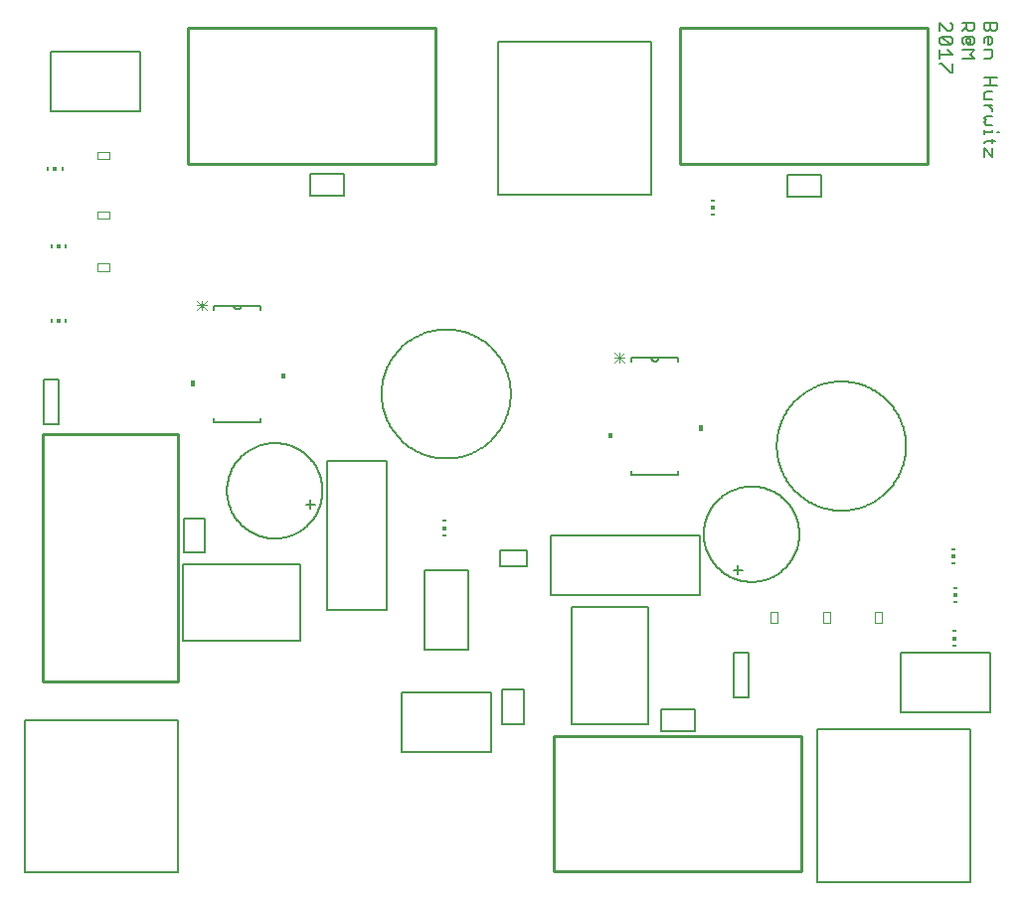
<source format=gto>
G75*
%MOIN*%
%OFA0B0*%
%FSLAX25Y25*%
%IPPOS*%
%LPD*%
%AMOC8*
5,1,8,0,0,1.08239X$1,22.5*
%
%ADD10C,0.00800*%
%ADD11C,0.00500*%
%ADD12C,0.01000*%
%ADD13C,0.00600*%
%ADD14R,0.00591X0.01181*%
%ADD15R,0.01181X0.01181*%
%ADD16R,0.01181X0.00591*%
%ADD17C,0.00100*%
%ADD18C,0.00300*%
%ADD19C,0.00256*%
D10*
X0311400Y0276788D02*
X0312101Y0276788D01*
X0314903Y0273986D01*
X0315604Y0273986D01*
X0315604Y0276788D01*
X0315604Y0279991D02*
X0311400Y0279991D01*
X0311400Y0281392D02*
X0311400Y0278590D01*
X0314202Y0281392D02*
X0315604Y0279991D01*
X0314903Y0283194D02*
X0312101Y0283194D01*
X0311400Y0283894D01*
X0311400Y0285295D01*
X0312101Y0285996D01*
X0314903Y0283194D01*
X0315604Y0283894D01*
X0315604Y0285295D01*
X0314903Y0285996D01*
X0312101Y0285996D01*
X0311400Y0287798D02*
X0311400Y0290600D01*
X0314202Y0287798D01*
X0314903Y0287798D01*
X0315604Y0288498D01*
X0315604Y0289899D01*
X0314903Y0290600D01*
X0318900Y0290600D02*
X0323104Y0290600D01*
X0323104Y0288498D01*
X0322403Y0287798D01*
X0321002Y0287798D01*
X0320301Y0288498D01*
X0320301Y0290600D01*
X0320301Y0289199D02*
X0318900Y0287798D01*
X0319601Y0285996D02*
X0322403Y0285996D01*
X0323104Y0285295D01*
X0323104Y0283894D01*
X0322403Y0283194D01*
X0321002Y0283194D01*
X0320301Y0283894D01*
X0321702Y0283894D01*
X0321702Y0285295D01*
X0320301Y0285295D01*
X0320301Y0283894D01*
X0319601Y0283194D02*
X0318900Y0283894D01*
X0318900Y0285295D01*
X0319601Y0285996D01*
X0318900Y0281392D02*
X0323104Y0281392D01*
X0321702Y0279991D01*
X0323104Y0278590D01*
X0318900Y0278590D01*
X0326400Y0278590D02*
X0328502Y0278590D01*
X0329202Y0279290D01*
X0329202Y0281392D01*
X0326400Y0281392D01*
X0327801Y0283194D02*
X0327801Y0285996D01*
X0327101Y0285996D02*
X0328502Y0285996D01*
X0329202Y0285295D01*
X0329202Y0283894D01*
X0328502Y0283194D01*
X0327801Y0283194D01*
X0326400Y0283894D02*
X0326400Y0285295D01*
X0327101Y0285996D01*
X0327101Y0287798D02*
X0326400Y0288498D01*
X0326400Y0290600D01*
X0330604Y0290600D01*
X0330604Y0288498D01*
X0329903Y0287798D01*
X0329202Y0287798D01*
X0328502Y0288498D01*
X0328502Y0290600D01*
X0328502Y0288498D02*
X0327801Y0287798D01*
X0327101Y0287798D01*
X0326400Y0272184D02*
X0330604Y0272184D01*
X0328502Y0272184D02*
X0328502Y0269382D01*
X0329202Y0267580D02*
X0327101Y0267580D01*
X0326400Y0266880D01*
X0326400Y0264778D01*
X0329202Y0264778D01*
X0329202Y0262976D02*
X0326400Y0262976D01*
X0327801Y0262976D02*
X0329202Y0261575D01*
X0329202Y0260875D01*
X0329202Y0259140D02*
X0327101Y0259140D01*
X0326400Y0258439D01*
X0327101Y0257739D01*
X0326400Y0257038D01*
X0327101Y0256337D01*
X0329202Y0256337D01*
X0329202Y0254536D02*
X0329202Y0253835D01*
X0326400Y0253835D01*
X0326400Y0253135D02*
X0326400Y0254536D01*
X0327101Y0250766D02*
X0326400Y0250065D01*
X0327101Y0250766D02*
X0329903Y0250766D01*
X0329202Y0251467D02*
X0329202Y0250065D01*
X0329202Y0248397D02*
X0329202Y0245595D01*
X0326400Y0248397D01*
X0326400Y0245595D01*
X0330604Y0253835D02*
X0331304Y0253835D01*
X0330604Y0269382D02*
X0326400Y0269382D01*
D11*
X0004819Y0056591D02*
X0004819Y0005409D01*
X0056000Y0005409D01*
X0056000Y0056591D01*
X0004819Y0056591D01*
X0057614Y0083205D02*
X0096984Y0083205D01*
X0096984Y0108795D01*
X0057614Y0108795D01*
X0057614Y0083205D01*
X0057903Y0112791D02*
X0057903Y0124209D01*
X0065186Y0124209D01*
X0065186Y0112791D01*
X0057903Y0112791D01*
X0106000Y0093500D02*
X0126000Y0093500D01*
X0126000Y0143500D01*
X0106000Y0143500D01*
X0106000Y0093500D01*
X0131000Y0066000D02*
X0131000Y0046000D01*
X0161000Y0046000D01*
X0161000Y0066000D01*
X0131000Y0066000D01*
X0138717Y0080311D02*
X0153283Y0080311D01*
X0153283Y0106689D01*
X0138717Y0106689D01*
X0138717Y0080311D01*
X0164760Y0066709D02*
X0172043Y0066709D01*
X0172043Y0055291D01*
X0164760Y0055291D01*
X0164760Y0066709D01*
X0188205Y0055114D02*
X0188205Y0094484D01*
X0213795Y0094484D01*
X0213795Y0055114D01*
X0188205Y0055114D01*
X0218011Y0052999D02*
X0218011Y0060282D01*
X0229429Y0060282D01*
X0229429Y0052999D01*
X0218011Y0052999D01*
X0242380Y0064235D02*
X0242380Y0079235D01*
X0247380Y0079235D01*
X0247380Y0064235D01*
X0242380Y0064235D01*
X0270409Y0053500D02*
X0321591Y0053500D01*
X0321591Y0002319D01*
X0270409Y0002319D01*
X0270409Y0053500D01*
X0298491Y0059153D02*
X0298491Y0079153D01*
X0328491Y0079153D01*
X0328491Y0059153D01*
X0298491Y0059153D01*
X0231000Y0098500D02*
X0181000Y0098500D01*
X0181000Y0118500D01*
X0231000Y0118500D01*
X0231000Y0098500D01*
X0256846Y0148500D02*
X0256853Y0149031D01*
X0256872Y0149563D01*
X0256905Y0150093D01*
X0256950Y0150622D01*
X0257009Y0151151D01*
X0257080Y0151677D01*
X0257165Y0152202D01*
X0257262Y0152724D01*
X0257372Y0153244D01*
X0257495Y0153761D01*
X0257630Y0154275D01*
X0257778Y0154786D01*
X0257939Y0155292D01*
X0258112Y0155795D01*
X0258297Y0156293D01*
X0258494Y0156787D01*
X0258704Y0157275D01*
X0258925Y0157758D01*
X0259158Y0158236D01*
X0259403Y0158708D01*
X0259659Y0159173D01*
X0259927Y0159632D01*
X0260206Y0160085D01*
X0260495Y0160530D01*
X0260796Y0160969D01*
X0261107Y0161399D01*
X0261429Y0161822D01*
X0261761Y0162237D01*
X0262103Y0162644D01*
X0262455Y0163042D01*
X0262817Y0163431D01*
X0263188Y0163812D01*
X0263569Y0164183D01*
X0263958Y0164545D01*
X0264356Y0164897D01*
X0264763Y0165239D01*
X0265178Y0165571D01*
X0265601Y0165893D01*
X0266031Y0166204D01*
X0266470Y0166505D01*
X0266915Y0166794D01*
X0267368Y0167073D01*
X0267827Y0167341D01*
X0268292Y0167597D01*
X0268764Y0167842D01*
X0269242Y0168075D01*
X0269725Y0168296D01*
X0270213Y0168506D01*
X0270707Y0168703D01*
X0271205Y0168888D01*
X0271708Y0169061D01*
X0272214Y0169222D01*
X0272725Y0169370D01*
X0273239Y0169505D01*
X0273756Y0169628D01*
X0274276Y0169738D01*
X0274798Y0169835D01*
X0275323Y0169920D01*
X0275849Y0169991D01*
X0276378Y0170050D01*
X0276907Y0170095D01*
X0277437Y0170128D01*
X0277969Y0170147D01*
X0278500Y0170154D01*
X0279031Y0170147D01*
X0279563Y0170128D01*
X0280093Y0170095D01*
X0280622Y0170050D01*
X0281151Y0169991D01*
X0281677Y0169920D01*
X0282202Y0169835D01*
X0282724Y0169738D01*
X0283244Y0169628D01*
X0283761Y0169505D01*
X0284275Y0169370D01*
X0284786Y0169222D01*
X0285292Y0169061D01*
X0285795Y0168888D01*
X0286293Y0168703D01*
X0286787Y0168506D01*
X0287275Y0168296D01*
X0287758Y0168075D01*
X0288236Y0167842D01*
X0288708Y0167597D01*
X0289173Y0167341D01*
X0289632Y0167073D01*
X0290085Y0166794D01*
X0290530Y0166505D01*
X0290969Y0166204D01*
X0291399Y0165893D01*
X0291822Y0165571D01*
X0292237Y0165239D01*
X0292644Y0164897D01*
X0293042Y0164545D01*
X0293431Y0164183D01*
X0293812Y0163812D01*
X0294183Y0163431D01*
X0294545Y0163042D01*
X0294897Y0162644D01*
X0295239Y0162237D01*
X0295571Y0161822D01*
X0295893Y0161399D01*
X0296204Y0160969D01*
X0296505Y0160530D01*
X0296794Y0160085D01*
X0297073Y0159632D01*
X0297341Y0159173D01*
X0297597Y0158708D01*
X0297842Y0158236D01*
X0298075Y0157758D01*
X0298296Y0157275D01*
X0298506Y0156787D01*
X0298703Y0156293D01*
X0298888Y0155795D01*
X0299061Y0155292D01*
X0299222Y0154786D01*
X0299370Y0154275D01*
X0299505Y0153761D01*
X0299628Y0153244D01*
X0299738Y0152724D01*
X0299835Y0152202D01*
X0299920Y0151677D01*
X0299991Y0151151D01*
X0300050Y0150622D01*
X0300095Y0150093D01*
X0300128Y0149563D01*
X0300147Y0149031D01*
X0300154Y0148500D01*
X0300147Y0147969D01*
X0300128Y0147437D01*
X0300095Y0146907D01*
X0300050Y0146378D01*
X0299991Y0145849D01*
X0299920Y0145323D01*
X0299835Y0144798D01*
X0299738Y0144276D01*
X0299628Y0143756D01*
X0299505Y0143239D01*
X0299370Y0142725D01*
X0299222Y0142214D01*
X0299061Y0141708D01*
X0298888Y0141205D01*
X0298703Y0140707D01*
X0298506Y0140213D01*
X0298296Y0139725D01*
X0298075Y0139242D01*
X0297842Y0138764D01*
X0297597Y0138292D01*
X0297341Y0137827D01*
X0297073Y0137368D01*
X0296794Y0136915D01*
X0296505Y0136470D01*
X0296204Y0136031D01*
X0295893Y0135601D01*
X0295571Y0135178D01*
X0295239Y0134763D01*
X0294897Y0134356D01*
X0294545Y0133958D01*
X0294183Y0133569D01*
X0293812Y0133188D01*
X0293431Y0132817D01*
X0293042Y0132455D01*
X0292644Y0132103D01*
X0292237Y0131761D01*
X0291822Y0131429D01*
X0291399Y0131107D01*
X0290969Y0130796D01*
X0290530Y0130495D01*
X0290085Y0130206D01*
X0289632Y0129927D01*
X0289173Y0129659D01*
X0288708Y0129403D01*
X0288236Y0129158D01*
X0287758Y0128925D01*
X0287275Y0128704D01*
X0286787Y0128494D01*
X0286293Y0128297D01*
X0285795Y0128112D01*
X0285292Y0127939D01*
X0284786Y0127778D01*
X0284275Y0127630D01*
X0283761Y0127495D01*
X0283244Y0127372D01*
X0282724Y0127262D01*
X0282202Y0127165D01*
X0281677Y0127080D01*
X0281151Y0127009D01*
X0280622Y0126950D01*
X0280093Y0126905D01*
X0279563Y0126872D01*
X0279031Y0126853D01*
X0278500Y0126846D01*
X0277969Y0126853D01*
X0277437Y0126872D01*
X0276907Y0126905D01*
X0276378Y0126950D01*
X0275849Y0127009D01*
X0275323Y0127080D01*
X0274798Y0127165D01*
X0274276Y0127262D01*
X0273756Y0127372D01*
X0273239Y0127495D01*
X0272725Y0127630D01*
X0272214Y0127778D01*
X0271708Y0127939D01*
X0271205Y0128112D01*
X0270707Y0128297D01*
X0270213Y0128494D01*
X0269725Y0128704D01*
X0269242Y0128925D01*
X0268764Y0129158D01*
X0268292Y0129403D01*
X0267827Y0129659D01*
X0267368Y0129927D01*
X0266915Y0130206D01*
X0266470Y0130495D01*
X0266031Y0130796D01*
X0265601Y0131107D01*
X0265178Y0131429D01*
X0264763Y0131761D01*
X0264356Y0132103D01*
X0263958Y0132455D01*
X0263569Y0132817D01*
X0263188Y0133188D01*
X0262817Y0133569D01*
X0262455Y0133958D01*
X0262103Y0134356D01*
X0261761Y0134763D01*
X0261429Y0135178D01*
X0261107Y0135601D01*
X0260796Y0136031D01*
X0260495Y0136470D01*
X0260206Y0136915D01*
X0259927Y0137368D01*
X0259659Y0137827D01*
X0259403Y0138292D01*
X0259158Y0138764D01*
X0258925Y0139242D01*
X0258704Y0139725D01*
X0258494Y0140213D01*
X0258297Y0140707D01*
X0258112Y0141205D01*
X0257939Y0141708D01*
X0257778Y0142214D01*
X0257630Y0142725D01*
X0257495Y0143239D01*
X0257372Y0143756D01*
X0257262Y0144276D01*
X0257165Y0144798D01*
X0257080Y0145323D01*
X0257009Y0145849D01*
X0256950Y0146378D01*
X0256905Y0146907D01*
X0256872Y0147437D01*
X0256853Y0147969D01*
X0256846Y0148500D01*
X0172929Y0113657D02*
X0172929Y0108343D01*
X0164071Y0108343D01*
X0164071Y0113657D01*
X0172929Y0113657D01*
X0124346Y0166000D02*
X0124353Y0166531D01*
X0124372Y0167063D01*
X0124405Y0167593D01*
X0124450Y0168122D01*
X0124509Y0168651D01*
X0124580Y0169177D01*
X0124665Y0169702D01*
X0124762Y0170224D01*
X0124872Y0170744D01*
X0124995Y0171261D01*
X0125130Y0171775D01*
X0125278Y0172286D01*
X0125439Y0172792D01*
X0125612Y0173295D01*
X0125797Y0173793D01*
X0125994Y0174287D01*
X0126204Y0174775D01*
X0126425Y0175258D01*
X0126658Y0175736D01*
X0126903Y0176208D01*
X0127159Y0176673D01*
X0127427Y0177132D01*
X0127706Y0177585D01*
X0127995Y0178030D01*
X0128296Y0178469D01*
X0128607Y0178899D01*
X0128929Y0179322D01*
X0129261Y0179737D01*
X0129603Y0180144D01*
X0129955Y0180542D01*
X0130317Y0180931D01*
X0130688Y0181312D01*
X0131069Y0181683D01*
X0131458Y0182045D01*
X0131856Y0182397D01*
X0132263Y0182739D01*
X0132678Y0183071D01*
X0133101Y0183393D01*
X0133531Y0183704D01*
X0133970Y0184005D01*
X0134415Y0184294D01*
X0134868Y0184573D01*
X0135327Y0184841D01*
X0135792Y0185097D01*
X0136264Y0185342D01*
X0136742Y0185575D01*
X0137225Y0185796D01*
X0137713Y0186006D01*
X0138207Y0186203D01*
X0138705Y0186388D01*
X0139208Y0186561D01*
X0139714Y0186722D01*
X0140225Y0186870D01*
X0140739Y0187005D01*
X0141256Y0187128D01*
X0141776Y0187238D01*
X0142298Y0187335D01*
X0142823Y0187420D01*
X0143349Y0187491D01*
X0143878Y0187550D01*
X0144407Y0187595D01*
X0144937Y0187628D01*
X0145469Y0187647D01*
X0146000Y0187654D01*
X0146531Y0187647D01*
X0147063Y0187628D01*
X0147593Y0187595D01*
X0148122Y0187550D01*
X0148651Y0187491D01*
X0149177Y0187420D01*
X0149702Y0187335D01*
X0150224Y0187238D01*
X0150744Y0187128D01*
X0151261Y0187005D01*
X0151775Y0186870D01*
X0152286Y0186722D01*
X0152792Y0186561D01*
X0153295Y0186388D01*
X0153793Y0186203D01*
X0154287Y0186006D01*
X0154775Y0185796D01*
X0155258Y0185575D01*
X0155736Y0185342D01*
X0156208Y0185097D01*
X0156673Y0184841D01*
X0157132Y0184573D01*
X0157585Y0184294D01*
X0158030Y0184005D01*
X0158469Y0183704D01*
X0158899Y0183393D01*
X0159322Y0183071D01*
X0159737Y0182739D01*
X0160144Y0182397D01*
X0160542Y0182045D01*
X0160931Y0181683D01*
X0161312Y0181312D01*
X0161683Y0180931D01*
X0162045Y0180542D01*
X0162397Y0180144D01*
X0162739Y0179737D01*
X0163071Y0179322D01*
X0163393Y0178899D01*
X0163704Y0178469D01*
X0164005Y0178030D01*
X0164294Y0177585D01*
X0164573Y0177132D01*
X0164841Y0176673D01*
X0165097Y0176208D01*
X0165342Y0175736D01*
X0165575Y0175258D01*
X0165796Y0174775D01*
X0166006Y0174287D01*
X0166203Y0173793D01*
X0166388Y0173295D01*
X0166561Y0172792D01*
X0166722Y0172286D01*
X0166870Y0171775D01*
X0167005Y0171261D01*
X0167128Y0170744D01*
X0167238Y0170224D01*
X0167335Y0169702D01*
X0167420Y0169177D01*
X0167491Y0168651D01*
X0167550Y0168122D01*
X0167595Y0167593D01*
X0167628Y0167063D01*
X0167647Y0166531D01*
X0167654Y0166000D01*
X0167647Y0165469D01*
X0167628Y0164937D01*
X0167595Y0164407D01*
X0167550Y0163878D01*
X0167491Y0163349D01*
X0167420Y0162823D01*
X0167335Y0162298D01*
X0167238Y0161776D01*
X0167128Y0161256D01*
X0167005Y0160739D01*
X0166870Y0160225D01*
X0166722Y0159714D01*
X0166561Y0159208D01*
X0166388Y0158705D01*
X0166203Y0158207D01*
X0166006Y0157713D01*
X0165796Y0157225D01*
X0165575Y0156742D01*
X0165342Y0156264D01*
X0165097Y0155792D01*
X0164841Y0155327D01*
X0164573Y0154868D01*
X0164294Y0154415D01*
X0164005Y0153970D01*
X0163704Y0153531D01*
X0163393Y0153101D01*
X0163071Y0152678D01*
X0162739Y0152263D01*
X0162397Y0151856D01*
X0162045Y0151458D01*
X0161683Y0151069D01*
X0161312Y0150688D01*
X0160931Y0150317D01*
X0160542Y0149955D01*
X0160144Y0149603D01*
X0159737Y0149261D01*
X0159322Y0148929D01*
X0158899Y0148607D01*
X0158469Y0148296D01*
X0158030Y0147995D01*
X0157585Y0147706D01*
X0157132Y0147427D01*
X0156673Y0147159D01*
X0156208Y0146903D01*
X0155736Y0146658D01*
X0155258Y0146425D01*
X0154775Y0146204D01*
X0154287Y0145994D01*
X0153793Y0145797D01*
X0153295Y0145612D01*
X0152792Y0145439D01*
X0152286Y0145278D01*
X0151775Y0145130D01*
X0151261Y0144995D01*
X0150744Y0144872D01*
X0150224Y0144762D01*
X0149702Y0144665D01*
X0149177Y0144580D01*
X0148651Y0144509D01*
X0148122Y0144450D01*
X0147593Y0144405D01*
X0147063Y0144372D01*
X0146531Y0144353D01*
X0146000Y0144346D01*
X0145469Y0144353D01*
X0144937Y0144372D01*
X0144407Y0144405D01*
X0143878Y0144450D01*
X0143349Y0144509D01*
X0142823Y0144580D01*
X0142298Y0144665D01*
X0141776Y0144762D01*
X0141256Y0144872D01*
X0140739Y0144995D01*
X0140225Y0145130D01*
X0139714Y0145278D01*
X0139208Y0145439D01*
X0138705Y0145612D01*
X0138207Y0145797D01*
X0137713Y0145994D01*
X0137225Y0146204D01*
X0136742Y0146425D01*
X0136264Y0146658D01*
X0135792Y0146903D01*
X0135327Y0147159D01*
X0134868Y0147427D01*
X0134415Y0147706D01*
X0133970Y0147995D01*
X0133531Y0148296D01*
X0133101Y0148607D01*
X0132678Y0148929D01*
X0132263Y0149261D01*
X0131856Y0149603D01*
X0131458Y0149955D01*
X0131069Y0150317D01*
X0130688Y0150688D01*
X0130317Y0151069D01*
X0129955Y0151458D01*
X0129603Y0151856D01*
X0129261Y0152263D01*
X0128929Y0152678D01*
X0128607Y0153101D01*
X0128296Y0153531D01*
X0127995Y0153970D01*
X0127706Y0154415D01*
X0127427Y0154868D01*
X0127159Y0155327D01*
X0126903Y0155792D01*
X0126658Y0156264D01*
X0126425Y0156742D01*
X0126204Y0157225D01*
X0125994Y0157713D01*
X0125797Y0158207D01*
X0125612Y0158705D01*
X0125439Y0159208D01*
X0125278Y0159714D01*
X0125130Y0160225D01*
X0124995Y0160739D01*
X0124872Y0161256D01*
X0124762Y0161776D01*
X0124665Y0162298D01*
X0124580Y0162823D01*
X0124509Y0163349D01*
X0124450Y0163878D01*
X0124405Y0164407D01*
X0124372Y0164937D01*
X0124353Y0165469D01*
X0124346Y0166000D01*
X0111709Y0232457D02*
X0100291Y0232457D01*
X0100291Y0239740D01*
X0111709Y0239740D01*
X0111709Y0232457D01*
X0163500Y0232909D02*
X0163500Y0284091D01*
X0214681Y0284091D01*
X0214681Y0232909D01*
X0163500Y0232909D01*
X0260291Y0232260D02*
X0260291Y0239543D01*
X0271709Y0239543D01*
X0271709Y0232260D01*
X0260291Y0232260D01*
X0043500Y0261000D02*
X0043500Y0281000D01*
X0013500Y0281000D01*
X0013500Y0261000D01*
X0043500Y0261000D01*
X0016000Y0171000D02*
X0011000Y0171000D01*
X0011000Y0156000D01*
X0016000Y0156000D01*
X0016000Y0171000D01*
D12*
X0010800Y0152500D02*
X0056200Y0152500D01*
X0056200Y0069500D01*
X0010800Y0069500D01*
X0010800Y0152500D01*
X0059500Y0243300D02*
X0059500Y0288700D01*
X0142500Y0288700D01*
X0142500Y0243300D01*
X0059500Y0243300D01*
X0224500Y0243300D02*
X0307500Y0243300D01*
X0307500Y0288700D01*
X0224500Y0288700D01*
X0224500Y0243300D01*
X0265000Y0051200D02*
X0182000Y0051200D01*
X0182000Y0005800D01*
X0265000Y0005800D01*
X0265000Y0051200D01*
D13*
X0243880Y0105434D02*
X0243880Y0108434D01*
X0245380Y0106934D02*
X0242380Y0106934D01*
X0232380Y0118934D02*
X0232385Y0119327D01*
X0232399Y0119719D01*
X0232423Y0120111D01*
X0232457Y0120502D01*
X0232500Y0120893D01*
X0232553Y0121282D01*
X0232616Y0121669D01*
X0232687Y0122055D01*
X0232769Y0122440D01*
X0232859Y0122822D01*
X0232960Y0123201D01*
X0233069Y0123579D01*
X0233188Y0123953D01*
X0233315Y0124324D01*
X0233452Y0124692D01*
X0233598Y0125057D01*
X0233753Y0125418D01*
X0233916Y0125775D01*
X0234088Y0126128D01*
X0234269Y0126476D01*
X0234459Y0126820D01*
X0234656Y0127160D01*
X0234862Y0127494D01*
X0235076Y0127823D01*
X0235299Y0128147D01*
X0235529Y0128465D01*
X0235766Y0128778D01*
X0236012Y0129084D01*
X0236265Y0129385D01*
X0236525Y0129679D01*
X0236792Y0129967D01*
X0237066Y0130248D01*
X0237347Y0130522D01*
X0237635Y0130789D01*
X0237929Y0131049D01*
X0238230Y0131302D01*
X0238536Y0131548D01*
X0238849Y0131785D01*
X0239167Y0132015D01*
X0239491Y0132238D01*
X0239820Y0132452D01*
X0240154Y0132658D01*
X0240494Y0132855D01*
X0240838Y0133045D01*
X0241186Y0133226D01*
X0241539Y0133398D01*
X0241896Y0133561D01*
X0242257Y0133716D01*
X0242622Y0133862D01*
X0242990Y0133999D01*
X0243361Y0134126D01*
X0243735Y0134245D01*
X0244113Y0134354D01*
X0244492Y0134455D01*
X0244874Y0134545D01*
X0245259Y0134627D01*
X0245645Y0134698D01*
X0246032Y0134761D01*
X0246421Y0134814D01*
X0246812Y0134857D01*
X0247203Y0134891D01*
X0247595Y0134915D01*
X0247987Y0134929D01*
X0248380Y0134934D01*
X0248773Y0134929D01*
X0249165Y0134915D01*
X0249557Y0134891D01*
X0249948Y0134857D01*
X0250339Y0134814D01*
X0250728Y0134761D01*
X0251115Y0134698D01*
X0251501Y0134627D01*
X0251886Y0134545D01*
X0252268Y0134455D01*
X0252647Y0134354D01*
X0253025Y0134245D01*
X0253399Y0134126D01*
X0253770Y0133999D01*
X0254138Y0133862D01*
X0254503Y0133716D01*
X0254864Y0133561D01*
X0255221Y0133398D01*
X0255574Y0133226D01*
X0255922Y0133045D01*
X0256266Y0132855D01*
X0256606Y0132658D01*
X0256940Y0132452D01*
X0257269Y0132238D01*
X0257593Y0132015D01*
X0257911Y0131785D01*
X0258224Y0131548D01*
X0258530Y0131302D01*
X0258831Y0131049D01*
X0259125Y0130789D01*
X0259413Y0130522D01*
X0259694Y0130248D01*
X0259968Y0129967D01*
X0260235Y0129679D01*
X0260495Y0129385D01*
X0260748Y0129084D01*
X0260994Y0128778D01*
X0261231Y0128465D01*
X0261461Y0128147D01*
X0261684Y0127823D01*
X0261898Y0127494D01*
X0262104Y0127160D01*
X0262301Y0126820D01*
X0262491Y0126476D01*
X0262672Y0126128D01*
X0262844Y0125775D01*
X0263007Y0125418D01*
X0263162Y0125057D01*
X0263308Y0124692D01*
X0263445Y0124324D01*
X0263572Y0123953D01*
X0263691Y0123579D01*
X0263800Y0123201D01*
X0263901Y0122822D01*
X0263991Y0122440D01*
X0264073Y0122055D01*
X0264144Y0121669D01*
X0264207Y0121282D01*
X0264260Y0120893D01*
X0264303Y0120502D01*
X0264337Y0120111D01*
X0264361Y0119719D01*
X0264375Y0119327D01*
X0264380Y0118934D01*
X0264375Y0118541D01*
X0264361Y0118149D01*
X0264337Y0117757D01*
X0264303Y0117366D01*
X0264260Y0116975D01*
X0264207Y0116586D01*
X0264144Y0116199D01*
X0264073Y0115813D01*
X0263991Y0115428D01*
X0263901Y0115046D01*
X0263800Y0114667D01*
X0263691Y0114289D01*
X0263572Y0113915D01*
X0263445Y0113544D01*
X0263308Y0113176D01*
X0263162Y0112811D01*
X0263007Y0112450D01*
X0262844Y0112093D01*
X0262672Y0111740D01*
X0262491Y0111392D01*
X0262301Y0111048D01*
X0262104Y0110708D01*
X0261898Y0110374D01*
X0261684Y0110045D01*
X0261461Y0109721D01*
X0261231Y0109403D01*
X0260994Y0109090D01*
X0260748Y0108784D01*
X0260495Y0108483D01*
X0260235Y0108189D01*
X0259968Y0107901D01*
X0259694Y0107620D01*
X0259413Y0107346D01*
X0259125Y0107079D01*
X0258831Y0106819D01*
X0258530Y0106566D01*
X0258224Y0106320D01*
X0257911Y0106083D01*
X0257593Y0105853D01*
X0257269Y0105630D01*
X0256940Y0105416D01*
X0256606Y0105210D01*
X0256266Y0105013D01*
X0255922Y0104823D01*
X0255574Y0104642D01*
X0255221Y0104470D01*
X0254864Y0104307D01*
X0254503Y0104152D01*
X0254138Y0104006D01*
X0253770Y0103869D01*
X0253399Y0103742D01*
X0253025Y0103623D01*
X0252647Y0103514D01*
X0252268Y0103413D01*
X0251886Y0103323D01*
X0251501Y0103241D01*
X0251115Y0103170D01*
X0250728Y0103107D01*
X0250339Y0103054D01*
X0249948Y0103011D01*
X0249557Y0102977D01*
X0249165Y0102953D01*
X0248773Y0102939D01*
X0248380Y0102934D01*
X0247987Y0102939D01*
X0247595Y0102953D01*
X0247203Y0102977D01*
X0246812Y0103011D01*
X0246421Y0103054D01*
X0246032Y0103107D01*
X0245645Y0103170D01*
X0245259Y0103241D01*
X0244874Y0103323D01*
X0244492Y0103413D01*
X0244113Y0103514D01*
X0243735Y0103623D01*
X0243361Y0103742D01*
X0242990Y0103869D01*
X0242622Y0104006D01*
X0242257Y0104152D01*
X0241896Y0104307D01*
X0241539Y0104470D01*
X0241186Y0104642D01*
X0240838Y0104823D01*
X0240494Y0105013D01*
X0240154Y0105210D01*
X0239820Y0105416D01*
X0239491Y0105630D01*
X0239167Y0105853D01*
X0238849Y0106083D01*
X0238536Y0106320D01*
X0238230Y0106566D01*
X0237929Y0106819D01*
X0237635Y0107079D01*
X0237347Y0107346D01*
X0237066Y0107620D01*
X0236792Y0107901D01*
X0236525Y0108189D01*
X0236265Y0108483D01*
X0236012Y0108784D01*
X0235766Y0109090D01*
X0235529Y0109403D01*
X0235299Y0109721D01*
X0235076Y0110045D01*
X0234862Y0110374D01*
X0234656Y0110708D01*
X0234459Y0111048D01*
X0234269Y0111392D01*
X0234088Y0111740D01*
X0233916Y0112093D01*
X0233753Y0112450D01*
X0233598Y0112811D01*
X0233452Y0113176D01*
X0233315Y0113544D01*
X0233188Y0113915D01*
X0233069Y0114289D01*
X0232960Y0114667D01*
X0232859Y0115046D01*
X0232769Y0115428D01*
X0232687Y0115813D01*
X0232616Y0116199D01*
X0232553Y0116586D01*
X0232500Y0116975D01*
X0232457Y0117366D01*
X0232423Y0117757D01*
X0232399Y0118149D01*
X0232385Y0118541D01*
X0232380Y0118934D01*
X0223800Y0138900D02*
X0208200Y0138900D01*
X0208200Y0140200D01*
X0223800Y0140200D02*
X0223800Y0138900D01*
X0223800Y0176800D02*
X0223800Y0178100D01*
X0214800Y0178100D01*
X0208200Y0178100D01*
X0208200Y0176800D01*
X0214800Y0178100D02*
X0214805Y0178032D01*
X0214814Y0177964D01*
X0214826Y0177896D01*
X0214843Y0177830D01*
X0214863Y0177764D01*
X0214887Y0177700D01*
X0214914Y0177637D01*
X0214945Y0177576D01*
X0214980Y0177516D01*
X0215018Y0177459D01*
X0215059Y0177404D01*
X0215103Y0177352D01*
X0215150Y0177302D01*
X0215200Y0177255D01*
X0215252Y0177210D01*
X0215307Y0177169D01*
X0215364Y0177131D01*
X0215423Y0177097D01*
X0215484Y0177065D01*
X0215547Y0177038D01*
X0215611Y0177014D01*
X0215677Y0176993D01*
X0215743Y0176977D01*
X0215811Y0176964D01*
X0215879Y0176955D01*
X0215947Y0176950D01*
X0216016Y0176949D01*
X0216084Y0176952D01*
X0216153Y0176959D01*
X0216220Y0176969D01*
X0216287Y0176984D01*
X0216353Y0177002D01*
X0216418Y0177024D01*
X0216482Y0177050D01*
X0216544Y0177079D01*
X0216604Y0177112D01*
X0216662Y0177148D01*
X0216719Y0177188D01*
X0216772Y0177230D01*
X0216824Y0177276D01*
X0216872Y0177324D01*
X0216918Y0177375D01*
X0216961Y0177429D01*
X0217000Y0177485D01*
X0217037Y0177543D01*
X0217069Y0177603D01*
X0217099Y0177665D01*
X0217125Y0177729D01*
X0217147Y0177794D01*
X0217165Y0177860D01*
X0217180Y0177927D01*
X0217191Y0177995D01*
X0217198Y0178063D01*
X0217201Y0178131D01*
X0217200Y0178200D01*
X0102000Y0129000D02*
X0099000Y0129000D01*
X0100500Y0130500D02*
X0100500Y0127500D01*
X0072500Y0133500D02*
X0072505Y0133893D01*
X0072519Y0134285D01*
X0072543Y0134677D01*
X0072577Y0135068D01*
X0072620Y0135459D01*
X0072673Y0135848D01*
X0072736Y0136235D01*
X0072807Y0136621D01*
X0072889Y0137006D01*
X0072979Y0137388D01*
X0073080Y0137767D01*
X0073189Y0138145D01*
X0073308Y0138519D01*
X0073435Y0138890D01*
X0073572Y0139258D01*
X0073718Y0139623D01*
X0073873Y0139984D01*
X0074036Y0140341D01*
X0074208Y0140694D01*
X0074389Y0141042D01*
X0074579Y0141386D01*
X0074776Y0141726D01*
X0074982Y0142060D01*
X0075196Y0142389D01*
X0075419Y0142713D01*
X0075649Y0143031D01*
X0075886Y0143344D01*
X0076132Y0143650D01*
X0076385Y0143951D01*
X0076645Y0144245D01*
X0076912Y0144533D01*
X0077186Y0144814D01*
X0077467Y0145088D01*
X0077755Y0145355D01*
X0078049Y0145615D01*
X0078350Y0145868D01*
X0078656Y0146114D01*
X0078969Y0146351D01*
X0079287Y0146581D01*
X0079611Y0146804D01*
X0079940Y0147018D01*
X0080274Y0147224D01*
X0080614Y0147421D01*
X0080958Y0147611D01*
X0081306Y0147792D01*
X0081659Y0147964D01*
X0082016Y0148127D01*
X0082377Y0148282D01*
X0082742Y0148428D01*
X0083110Y0148565D01*
X0083481Y0148692D01*
X0083855Y0148811D01*
X0084233Y0148920D01*
X0084612Y0149021D01*
X0084994Y0149111D01*
X0085379Y0149193D01*
X0085765Y0149264D01*
X0086152Y0149327D01*
X0086541Y0149380D01*
X0086932Y0149423D01*
X0087323Y0149457D01*
X0087715Y0149481D01*
X0088107Y0149495D01*
X0088500Y0149500D01*
X0088893Y0149495D01*
X0089285Y0149481D01*
X0089677Y0149457D01*
X0090068Y0149423D01*
X0090459Y0149380D01*
X0090848Y0149327D01*
X0091235Y0149264D01*
X0091621Y0149193D01*
X0092006Y0149111D01*
X0092388Y0149021D01*
X0092767Y0148920D01*
X0093145Y0148811D01*
X0093519Y0148692D01*
X0093890Y0148565D01*
X0094258Y0148428D01*
X0094623Y0148282D01*
X0094984Y0148127D01*
X0095341Y0147964D01*
X0095694Y0147792D01*
X0096042Y0147611D01*
X0096386Y0147421D01*
X0096726Y0147224D01*
X0097060Y0147018D01*
X0097389Y0146804D01*
X0097713Y0146581D01*
X0098031Y0146351D01*
X0098344Y0146114D01*
X0098650Y0145868D01*
X0098951Y0145615D01*
X0099245Y0145355D01*
X0099533Y0145088D01*
X0099814Y0144814D01*
X0100088Y0144533D01*
X0100355Y0144245D01*
X0100615Y0143951D01*
X0100868Y0143650D01*
X0101114Y0143344D01*
X0101351Y0143031D01*
X0101581Y0142713D01*
X0101804Y0142389D01*
X0102018Y0142060D01*
X0102224Y0141726D01*
X0102421Y0141386D01*
X0102611Y0141042D01*
X0102792Y0140694D01*
X0102964Y0140341D01*
X0103127Y0139984D01*
X0103282Y0139623D01*
X0103428Y0139258D01*
X0103565Y0138890D01*
X0103692Y0138519D01*
X0103811Y0138145D01*
X0103920Y0137767D01*
X0104021Y0137388D01*
X0104111Y0137006D01*
X0104193Y0136621D01*
X0104264Y0136235D01*
X0104327Y0135848D01*
X0104380Y0135459D01*
X0104423Y0135068D01*
X0104457Y0134677D01*
X0104481Y0134285D01*
X0104495Y0133893D01*
X0104500Y0133500D01*
X0104495Y0133107D01*
X0104481Y0132715D01*
X0104457Y0132323D01*
X0104423Y0131932D01*
X0104380Y0131541D01*
X0104327Y0131152D01*
X0104264Y0130765D01*
X0104193Y0130379D01*
X0104111Y0129994D01*
X0104021Y0129612D01*
X0103920Y0129233D01*
X0103811Y0128855D01*
X0103692Y0128481D01*
X0103565Y0128110D01*
X0103428Y0127742D01*
X0103282Y0127377D01*
X0103127Y0127016D01*
X0102964Y0126659D01*
X0102792Y0126306D01*
X0102611Y0125958D01*
X0102421Y0125614D01*
X0102224Y0125274D01*
X0102018Y0124940D01*
X0101804Y0124611D01*
X0101581Y0124287D01*
X0101351Y0123969D01*
X0101114Y0123656D01*
X0100868Y0123350D01*
X0100615Y0123049D01*
X0100355Y0122755D01*
X0100088Y0122467D01*
X0099814Y0122186D01*
X0099533Y0121912D01*
X0099245Y0121645D01*
X0098951Y0121385D01*
X0098650Y0121132D01*
X0098344Y0120886D01*
X0098031Y0120649D01*
X0097713Y0120419D01*
X0097389Y0120196D01*
X0097060Y0119982D01*
X0096726Y0119776D01*
X0096386Y0119579D01*
X0096042Y0119389D01*
X0095694Y0119208D01*
X0095341Y0119036D01*
X0094984Y0118873D01*
X0094623Y0118718D01*
X0094258Y0118572D01*
X0093890Y0118435D01*
X0093519Y0118308D01*
X0093145Y0118189D01*
X0092767Y0118080D01*
X0092388Y0117979D01*
X0092006Y0117889D01*
X0091621Y0117807D01*
X0091235Y0117736D01*
X0090848Y0117673D01*
X0090459Y0117620D01*
X0090068Y0117577D01*
X0089677Y0117543D01*
X0089285Y0117519D01*
X0088893Y0117505D01*
X0088500Y0117500D01*
X0088107Y0117505D01*
X0087715Y0117519D01*
X0087323Y0117543D01*
X0086932Y0117577D01*
X0086541Y0117620D01*
X0086152Y0117673D01*
X0085765Y0117736D01*
X0085379Y0117807D01*
X0084994Y0117889D01*
X0084612Y0117979D01*
X0084233Y0118080D01*
X0083855Y0118189D01*
X0083481Y0118308D01*
X0083110Y0118435D01*
X0082742Y0118572D01*
X0082377Y0118718D01*
X0082016Y0118873D01*
X0081659Y0119036D01*
X0081306Y0119208D01*
X0080958Y0119389D01*
X0080614Y0119579D01*
X0080274Y0119776D01*
X0079940Y0119982D01*
X0079611Y0120196D01*
X0079287Y0120419D01*
X0078969Y0120649D01*
X0078656Y0120886D01*
X0078350Y0121132D01*
X0078049Y0121385D01*
X0077755Y0121645D01*
X0077467Y0121912D01*
X0077186Y0122186D01*
X0076912Y0122467D01*
X0076645Y0122755D01*
X0076385Y0123049D01*
X0076132Y0123350D01*
X0075886Y0123656D01*
X0075649Y0123969D01*
X0075419Y0124287D01*
X0075196Y0124611D01*
X0074982Y0124940D01*
X0074776Y0125274D01*
X0074579Y0125614D01*
X0074389Y0125958D01*
X0074208Y0126306D01*
X0074036Y0126659D01*
X0073873Y0127016D01*
X0073718Y0127377D01*
X0073572Y0127742D01*
X0073435Y0128110D01*
X0073308Y0128481D01*
X0073189Y0128855D01*
X0073080Y0129233D01*
X0072979Y0129612D01*
X0072889Y0129994D01*
X0072807Y0130379D01*
X0072736Y0130765D01*
X0072673Y0131152D01*
X0072620Y0131541D01*
X0072577Y0131932D01*
X0072543Y0132323D01*
X0072519Y0132715D01*
X0072505Y0133107D01*
X0072500Y0133500D01*
X0068200Y0156400D02*
X0068200Y0157700D01*
X0068200Y0156400D02*
X0083800Y0156400D01*
X0083800Y0157700D01*
X0083800Y0194300D02*
X0083800Y0195600D01*
X0074800Y0195600D01*
X0068200Y0195600D01*
X0068200Y0194300D01*
X0074800Y0195600D02*
X0074805Y0195532D01*
X0074814Y0195464D01*
X0074826Y0195396D01*
X0074843Y0195330D01*
X0074863Y0195264D01*
X0074887Y0195200D01*
X0074914Y0195137D01*
X0074945Y0195076D01*
X0074980Y0195016D01*
X0075018Y0194959D01*
X0075059Y0194904D01*
X0075103Y0194852D01*
X0075150Y0194802D01*
X0075200Y0194755D01*
X0075252Y0194710D01*
X0075307Y0194669D01*
X0075364Y0194631D01*
X0075423Y0194597D01*
X0075484Y0194565D01*
X0075547Y0194538D01*
X0075611Y0194514D01*
X0075677Y0194493D01*
X0075743Y0194477D01*
X0075811Y0194464D01*
X0075879Y0194455D01*
X0075947Y0194450D01*
X0076016Y0194449D01*
X0076084Y0194452D01*
X0076153Y0194459D01*
X0076220Y0194469D01*
X0076287Y0194484D01*
X0076353Y0194502D01*
X0076418Y0194524D01*
X0076482Y0194550D01*
X0076544Y0194579D01*
X0076604Y0194612D01*
X0076662Y0194648D01*
X0076719Y0194688D01*
X0076772Y0194730D01*
X0076824Y0194776D01*
X0076872Y0194824D01*
X0076918Y0194875D01*
X0076961Y0194929D01*
X0077000Y0194985D01*
X0077037Y0195043D01*
X0077069Y0195103D01*
X0077099Y0195165D01*
X0077125Y0195229D01*
X0077147Y0195294D01*
X0077165Y0195360D01*
X0077180Y0195427D01*
X0077191Y0195495D01*
X0077198Y0195563D01*
X0077201Y0195631D01*
X0077200Y0195700D01*
D14*
X0018362Y0190409D03*
X0013638Y0190409D03*
X0013638Y0215409D03*
X0018362Y0215409D03*
X0017228Y0241401D03*
X0012503Y0241401D03*
D15*
X0014865Y0241401D03*
X0016000Y0215409D03*
X0016000Y0190409D03*
X0145409Y0121000D03*
X0235409Y0228500D03*
X0316050Y0111638D03*
X0316591Y0098500D03*
X0316329Y0083989D03*
D16*
X0316329Y0086351D03*
X0316329Y0081627D03*
X0316591Y0096138D03*
X0316591Y0100862D03*
X0316050Y0109276D03*
X0316050Y0114000D03*
X0235409Y0226138D03*
X0235409Y0230862D03*
X0145409Y0123362D03*
X0145409Y0118638D03*
D17*
X0200400Y0151500D02*
X0201400Y0151500D01*
X0201400Y0153000D01*
X0200400Y0153000D01*
X0200400Y0151500D01*
X0200400Y0151578D02*
X0201400Y0151578D01*
X0201400Y0151676D02*
X0200400Y0151676D01*
X0200400Y0151775D02*
X0201400Y0151775D01*
X0201400Y0151873D02*
X0200400Y0151873D01*
X0200400Y0151972D02*
X0201400Y0151972D01*
X0201400Y0152070D02*
X0200400Y0152070D01*
X0200400Y0152169D02*
X0201400Y0152169D01*
X0201400Y0152267D02*
X0200400Y0152267D01*
X0200400Y0152366D02*
X0201400Y0152366D01*
X0201400Y0152464D02*
X0200400Y0152464D01*
X0200400Y0152563D02*
X0201400Y0152563D01*
X0201400Y0152661D02*
X0200400Y0152661D01*
X0200400Y0152760D02*
X0201400Y0152760D01*
X0201400Y0152858D02*
X0200400Y0152858D01*
X0200400Y0152957D02*
X0201400Y0152957D01*
X0230600Y0154000D02*
X0230600Y0155500D01*
X0231600Y0155500D01*
X0231600Y0154000D01*
X0230600Y0154000D01*
X0230600Y0154041D02*
X0231600Y0154041D01*
X0231600Y0154139D02*
X0230600Y0154139D01*
X0230600Y0154238D02*
X0231600Y0154238D01*
X0231600Y0154336D02*
X0230600Y0154336D01*
X0230600Y0154435D02*
X0231600Y0154435D01*
X0231600Y0154533D02*
X0230600Y0154533D01*
X0230600Y0154632D02*
X0231600Y0154632D01*
X0231600Y0154730D02*
X0230600Y0154730D01*
X0230600Y0154829D02*
X0231600Y0154829D01*
X0231600Y0154927D02*
X0230600Y0154927D01*
X0230600Y0155026D02*
X0231600Y0155026D01*
X0231600Y0155124D02*
X0230600Y0155124D01*
X0230600Y0155223D02*
X0231600Y0155223D01*
X0231600Y0155321D02*
X0230600Y0155321D01*
X0230600Y0155420D02*
X0231600Y0155420D01*
X0091600Y0171500D02*
X0090600Y0171500D01*
X0090600Y0173000D01*
X0091600Y0173000D01*
X0091600Y0171500D01*
X0091600Y0171576D02*
X0090600Y0171576D01*
X0090600Y0171674D02*
X0091600Y0171674D01*
X0091600Y0171773D02*
X0090600Y0171773D01*
X0090600Y0171871D02*
X0091600Y0171871D01*
X0091600Y0171970D02*
X0090600Y0171970D01*
X0090600Y0172068D02*
X0091600Y0172068D01*
X0091600Y0172167D02*
X0090600Y0172167D01*
X0090600Y0172265D02*
X0091600Y0172265D01*
X0091600Y0172364D02*
X0090600Y0172364D01*
X0090600Y0172462D02*
X0091600Y0172462D01*
X0091600Y0172561D02*
X0090600Y0172561D01*
X0090600Y0172659D02*
X0091600Y0172659D01*
X0091600Y0172758D02*
X0090600Y0172758D01*
X0090600Y0172856D02*
X0091600Y0172856D01*
X0091600Y0172955D02*
X0090600Y0172955D01*
X0061400Y0170500D02*
X0060400Y0170500D01*
X0060400Y0169000D01*
X0061400Y0169000D01*
X0061400Y0170500D01*
X0061400Y0170492D02*
X0060400Y0170492D01*
X0060400Y0170393D02*
X0061400Y0170393D01*
X0061400Y0170295D02*
X0060400Y0170295D01*
X0060400Y0170196D02*
X0061400Y0170196D01*
X0061400Y0170098D02*
X0060400Y0170098D01*
X0060400Y0169999D02*
X0061400Y0169999D01*
X0061400Y0169901D02*
X0060400Y0169901D01*
X0060400Y0169802D02*
X0061400Y0169802D01*
X0061400Y0169704D02*
X0060400Y0169704D01*
X0060400Y0169605D02*
X0061400Y0169605D01*
X0061400Y0169507D02*
X0060400Y0169507D01*
X0060400Y0169408D02*
X0061400Y0169408D01*
X0061400Y0169310D02*
X0060400Y0169310D01*
X0060400Y0169211D02*
X0061400Y0169211D01*
X0061400Y0169113D02*
X0060400Y0169113D01*
X0060400Y0169014D02*
X0061400Y0169014D01*
D18*
X0062450Y0194134D02*
X0065586Y0197270D01*
X0064018Y0197270D02*
X0064018Y0194134D01*
X0065586Y0194134D02*
X0062450Y0197270D01*
X0062450Y0195702D02*
X0065586Y0195702D01*
X0202450Y0179770D02*
X0205586Y0176634D01*
X0204018Y0176634D02*
X0204018Y0179770D01*
X0205586Y0179770D02*
X0202450Y0176634D01*
X0202450Y0178202D02*
X0205586Y0178202D01*
D19*
X0254663Y0092969D02*
X0257025Y0092969D01*
X0257025Y0089031D01*
X0254663Y0089031D01*
X0254663Y0092969D01*
X0272319Y0092969D02*
X0272319Y0089031D01*
X0274681Y0089031D01*
X0274681Y0092969D01*
X0272319Y0092969D01*
X0289819Y0092969D02*
X0289819Y0089031D01*
X0292181Y0089031D01*
X0292181Y0092969D01*
X0289819Y0092969D01*
X0032969Y0207319D02*
X0032969Y0209681D01*
X0029031Y0209681D01*
X0029031Y0207319D01*
X0032969Y0207319D01*
X0032969Y0224819D02*
X0029031Y0224819D01*
X0029031Y0227181D01*
X0032969Y0227181D01*
X0032969Y0224819D01*
X0032969Y0244819D02*
X0029031Y0244819D01*
X0029031Y0247181D01*
X0032969Y0247181D01*
X0032969Y0244819D01*
M02*

</source>
